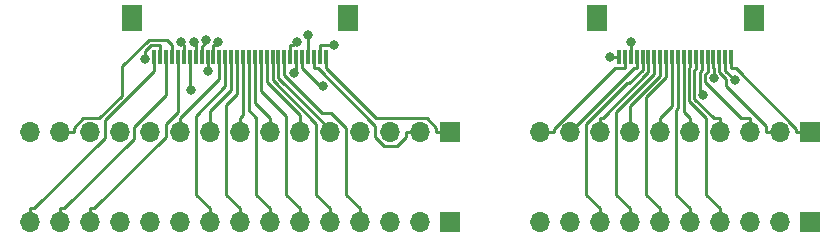
<source format=gbr>
G04 #@! TF.GenerationSoftware,KiCad,Pcbnew,5.1.5-52549c5~86~ubuntu19.04.1*
G04 #@! TF.CreationDate,2020-05-12T21:37:58+10:00*
G04 #@! TF.ProjectId,ICM2_FrontPanel_Breakout,49434d32-5f46-4726-9f6e-7450616e656c,rev?*
G04 #@! TF.SameCoordinates,Original*
G04 #@! TF.FileFunction,Copper,L1,Top*
G04 #@! TF.FilePolarity,Positive*
%FSLAX46Y46*%
G04 Gerber Fmt 4.6, Leading zero omitted, Abs format (unit mm)*
G04 Created by KiCad (PCBNEW 5.1.5-52549c5~86~ubuntu19.04.1) date 2020-05-12 21:37:58*
%MOMM*%
%LPD*%
G04 APERTURE LIST*
%ADD10O,1.700000X1.700000*%
%ADD11R,1.700000X1.700000*%
%ADD12R,0.300000X1.300000*%
%ADD13R,1.800000X2.200000*%
%ADD14C,0.800000*%
%ADD15C,0.250000*%
G04 APERTURE END LIST*
D10*
X156210000Y-85725000D03*
X158750000Y-85725000D03*
X161290000Y-85725000D03*
X163830000Y-85725000D03*
X166370000Y-85725000D03*
X168910000Y-85725000D03*
X171450000Y-85725000D03*
X173990000Y-85725000D03*
X176530000Y-85725000D03*
D11*
X179070000Y-85725000D03*
D10*
X156210000Y-78105000D03*
X158750000Y-78105000D03*
X161290000Y-78105000D03*
X163830000Y-78105000D03*
X166370000Y-78105000D03*
X168910000Y-78105000D03*
X171450000Y-78105000D03*
X173990000Y-78105000D03*
X176530000Y-78105000D03*
D11*
X179070000Y-78105000D03*
D12*
X162890000Y-71700000D03*
X163390000Y-71700000D03*
X163890000Y-71700000D03*
X164390000Y-71700000D03*
X164890000Y-71700000D03*
X165390000Y-71700000D03*
X165890000Y-71700000D03*
X166390000Y-71700000D03*
X166890000Y-71700000D03*
X167390000Y-71700000D03*
X167890000Y-71700000D03*
X168390000Y-71700000D03*
X168890000Y-71700000D03*
X169390000Y-71700000D03*
X169890000Y-71700000D03*
X170390000Y-71700000D03*
X170890000Y-71700000D03*
X171390000Y-71700000D03*
X171890000Y-71700000D03*
X172390000Y-71700000D03*
D13*
X174290000Y-68450000D03*
X160990000Y-68450000D03*
D10*
X113030000Y-85725000D03*
X115570000Y-85725000D03*
X118110000Y-85725000D03*
X120650000Y-85725000D03*
X123190000Y-85725000D03*
X125730000Y-85725000D03*
X128270000Y-85725000D03*
X130810000Y-85725000D03*
X133350000Y-85725000D03*
X135890000Y-85725000D03*
X138430000Y-85725000D03*
X140970000Y-85725000D03*
X143510000Y-85725000D03*
X146050000Y-85725000D03*
D11*
X148590000Y-85725000D03*
D12*
X123560000Y-71700000D03*
X124060000Y-71700000D03*
X124560000Y-71700000D03*
X125060000Y-71700000D03*
X125560000Y-71700000D03*
X126060000Y-71700000D03*
X126560000Y-71700000D03*
X127060000Y-71700000D03*
X127560000Y-71700000D03*
X128060000Y-71700000D03*
X128560000Y-71700000D03*
X129060000Y-71700000D03*
X129560000Y-71700000D03*
X130060000Y-71700000D03*
X130560000Y-71700000D03*
X131060000Y-71700000D03*
X131560000Y-71700000D03*
X132060000Y-71700000D03*
X132560000Y-71700000D03*
X133060000Y-71700000D03*
X133560000Y-71700000D03*
X134060000Y-71700000D03*
X134560000Y-71700000D03*
X135060000Y-71700000D03*
X135560000Y-71700000D03*
X136060000Y-71700000D03*
X136560000Y-71700000D03*
X137060000Y-71700000D03*
X137560000Y-71700000D03*
X138060000Y-71700000D03*
D13*
X139960000Y-68450000D03*
X121660000Y-68450000D03*
D10*
X113030000Y-78105000D03*
X115570000Y-78105000D03*
X118110000Y-78105000D03*
X120650000Y-78105000D03*
X123190000Y-78105000D03*
X125730000Y-78105000D03*
X128270000Y-78105000D03*
X130810000Y-78105000D03*
X133350000Y-78105000D03*
X135890000Y-78105000D03*
X138430000Y-78105000D03*
X140970000Y-78105000D03*
X143510000Y-78105000D03*
X146050000Y-78105000D03*
D11*
X148590000Y-78105000D03*
D14*
X122788900Y-71908900D03*
X125798300Y-70426600D03*
X126887200Y-70421600D03*
X128060000Y-72954100D03*
X135615400Y-70435700D03*
X137794200Y-74175500D03*
X126687500Y-74546100D03*
X127936200Y-70320500D03*
X128985200Y-70419600D03*
X135402900Y-73052300D03*
X136560000Y-69905100D03*
X138740800Y-70724700D03*
X162120700Y-71700000D03*
X163889900Y-70433200D03*
X170036700Y-74984700D03*
X170902500Y-73551100D03*
X172714900Y-73700600D03*
D15*
X124060000Y-70724700D02*
X123258500Y-70724700D01*
X123258500Y-70724700D02*
X122788900Y-71194300D01*
X122788900Y-71194300D02*
X122788900Y-71908900D01*
X124060000Y-71700000D02*
X124060000Y-70724700D01*
X115570000Y-78105000D02*
X116745300Y-78105000D01*
X125060000Y-71700000D02*
X125060000Y-70724700D01*
X125060000Y-70724700D02*
X124595300Y-70260000D01*
X124595300Y-70260000D02*
X123079500Y-70260000D01*
X123079500Y-70260000D02*
X120813200Y-72526300D01*
X120813200Y-72526300D02*
X120813200Y-74993300D01*
X120813200Y-74993300D02*
X118876800Y-76929700D01*
X118876800Y-76929700D02*
X117553200Y-76929700D01*
X117553200Y-76929700D02*
X116745300Y-77737600D01*
X116745300Y-77737600D02*
X116745300Y-78105000D01*
X126060000Y-71700000D02*
X126060000Y-70688300D01*
X126060000Y-70688300D02*
X125798300Y-70426600D01*
X127060000Y-71700000D02*
X127060000Y-70594400D01*
X127060000Y-70594400D02*
X126887200Y-70421600D01*
X128060000Y-72675300D02*
X128060000Y-72954100D01*
X128060000Y-71700000D02*
X128060000Y-72675300D01*
X125730000Y-76929700D02*
X129060000Y-73599700D01*
X129060000Y-73599700D02*
X129060000Y-71700000D01*
X125730000Y-78105000D02*
X125730000Y-76929700D01*
X130060000Y-72675300D02*
X130060000Y-74491500D01*
X130060000Y-74491500D02*
X128270000Y-76281500D01*
X128270000Y-76281500D02*
X128270000Y-76929700D01*
X130060000Y-71700000D02*
X130060000Y-72675300D01*
X128270000Y-78105000D02*
X128270000Y-76929700D01*
X131060000Y-72675300D02*
X131060000Y-76679700D01*
X131060000Y-76679700D02*
X130810000Y-76929700D01*
X131060000Y-71700000D02*
X131060000Y-72675300D01*
X130810000Y-78105000D02*
X130810000Y-76929700D01*
X132060000Y-71700000D02*
X132060000Y-75639700D01*
X132060000Y-75639700D02*
X133350000Y-76929700D01*
X133350000Y-78105000D02*
X133350000Y-76929700D01*
X133060000Y-71700000D02*
X133060000Y-73844100D01*
X133060000Y-73844100D02*
X135890000Y-76674100D01*
X135890000Y-76674100D02*
X135890000Y-78105000D01*
X134060000Y-71700000D02*
X134060000Y-73490900D01*
X134060000Y-73490900D02*
X138430000Y-77860900D01*
X138430000Y-77860900D02*
X138430000Y-78105000D01*
X135060000Y-70724700D02*
X135326400Y-70724700D01*
X135326400Y-70724700D02*
X135615400Y-70435700D01*
X135060000Y-71700000D02*
X135060000Y-70724700D01*
X136060000Y-72675300D02*
X137560200Y-74175500D01*
X137560200Y-74175500D02*
X137794200Y-74175500D01*
X136060000Y-71700000D02*
X136060000Y-72675300D01*
X146050000Y-78105000D02*
X144874700Y-78105000D01*
X137060000Y-71700000D02*
X137060000Y-72675300D01*
X137060000Y-72675300D02*
X137379600Y-72675300D01*
X137379600Y-72675300D02*
X142240000Y-77535700D01*
X142240000Y-77535700D02*
X142240000Y-78521900D01*
X142240000Y-78521900D02*
X142998400Y-79280300D01*
X142998400Y-79280300D02*
X144066800Y-79280300D01*
X144066800Y-79280300D02*
X144874700Y-78472400D01*
X144874700Y-78472400D02*
X144874700Y-78105000D01*
X147414700Y-78105000D02*
X147414700Y-77737600D01*
X147414700Y-77737600D02*
X146606800Y-76929700D01*
X146606800Y-76929700D02*
X142314400Y-76929700D01*
X142314400Y-76929700D02*
X138060000Y-72675300D01*
X148590000Y-78105000D02*
X147414700Y-78105000D01*
X138060000Y-71700000D02*
X138060000Y-72675300D01*
X123560000Y-71700000D02*
X123560000Y-72895700D01*
X123560000Y-72895700D02*
X119380000Y-77075700D01*
X119380000Y-77075700D02*
X119380000Y-78567000D01*
X119380000Y-78567000D02*
X113397300Y-84549700D01*
X113397300Y-84549700D02*
X113030000Y-84549700D01*
X113030000Y-85725000D02*
X113030000Y-84549700D01*
X124560000Y-71700000D02*
X124560000Y-74963100D01*
X124560000Y-74963100D02*
X121825300Y-77697800D01*
X121825300Y-77697800D02*
X121825300Y-78661700D01*
X121825300Y-78661700D02*
X115937300Y-84549700D01*
X115937300Y-84549700D02*
X115570000Y-84549700D01*
X115570000Y-85725000D02*
X115570000Y-84549700D01*
X118110000Y-85725000D02*
X118110000Y-84549700D01*
X125560000Y-71700000D02*
X125560000Y-76419500D01*
X125560000Y-76419500D02*
X124554700Y-77424800D01*
X124554700Y-77424800D02*
X124554700Y-78472300D01*
X124554700Y-78472300D02*
X118477300Y-84549700D01*
X118477300Y-84549700D02*
X118110000Y-84549700D01*
X126560000Y-71700000D02*
X126560000Y-74418600D01*
X126560000Y-74418600D02*
X126687500Y-74546100D01*
X127560000Y-71700000D02*
X127560000Y-70850400D01*
X127560000Y-70850400D02*
X127936200Y-70474200D01*
X127936200Y-70474200D02*
X127936200Y-70320500D01*
X128560000Y-71700000D02*
X128560000Y-70724700D01*
X128985200Y-70419600D02*
X128680100Y-70724700D01*
X128680100Y-70724700D02*
X128560000Y-70724700D01*
X128270000Y-85725000D02*
X128270000Y-84549700D01*
X129560000Y-71700000D02*
X129560000Y-74219300D01*
X129560000Y-74219300D02*
X127094700Y-76684600D01*
X127094700Y-76684600D02*
X127094700Y-83374400D01*
X127094700Y-83374400D02*
X128270000Y-84549700D01*
X130810000Y-85725000D02*
X130810000Y-84549700D01*
X130560000Y-71700000D02*
X130560000Y-74872500D01*
X130560000Y-74872500D02*
X129634700Y-75797800D01*
X129634700Y-75797800D02*
X129634700Y-83374400D01*
X129634700Y-83374400D02*
X130810000Y-84549700D01*
X131560000Y-71700000D02*
X131560000Y-76259300D01*
X131560000Y-76259300D02*
X132174700Y-76874000D01*
X132174700Y-76874000D02*
X132174700Y-83374400D01*
X132174700Y-83374400D02*
X133350000Y-84549700D01*
X133350000Y-85725000D02*
X133350000Y-84549700D01*
X132560000Y-71700000D02*
X132560000Y-74591500D01*
X132560000Y-74591500D02*
X134714700Y-76746200D01*
X134714700Y-76746200D02*
X134714700Y-83374400D01*
X134714700Y-83374400D02*
X135890000Y-84549700D01*
X135890000Y-85725000D02*
X135890000Y-84549700D01*
X133560000Y-72675300D02*
X133560000Y-73707100D01*
X133560000Y-73707100D02*
X137254700Y-77401800D01*
X137254700Y-77401800D02*
X137254700Y-83374400D01*
X137254700Y-83374400D02*
X138430000Y-84549700D01*
X133560000Y-71700000D02*
X133560000Y-72675300D01*
X138430000Y-85725000D02*
X138430000Y-84549700D01*
X140970000Y-85725000D02*
X140970000Y-84549700D01*
X134560000Y-71700000D02*
X134560000Y-73243900D01*
X134560000Y-73243900D02*
X137763400Y-76447300D01*
X137763400Y-76447300D02*
X138489700Y-76447300D01*
X138489700Y-76447300D02*
X139794700Y-77752300D01*
X139794700Y-77752300D02*
X139794700Y-83374400D01*
X139794700Y-83374400D02*
X140970000Y-84549700D01*
X135560000Y-72675300D02*
X135560000Y-72895200D01*
X135560000Y-72895200D02*
X135402900Y-73052300D01*
X135560000Y-71700000D02*
X135560000Y-72675300D01*
X136560000Y-70724700D02*
X136560000Y-69905100D01*
X136560000Y-71700000D02*
X136560000Y-70724700D01*
X137560000Y-70724700D02*
X138740800Y-70724700D01*
X137560000Y-71700000D02*
X137560000Y-70724700D01*
X162890000Y-71700000D02*
X162120700Y-71700000D01*
X163390000Y-72675300D02*
X162517400Y-72675300D01*
X162517400Y-72675300D02*
X157385300Y-77807400D01*
X157385300Y-77807400D02*
X157385300Y-78105000D01*
X156210000Y-78105000D02*
X157385300Y-78105000D01*
X163390000Y-71700000D02*
X163390000Y-72675300D01*
X163890000Y-71700000D02*
X163890000Y-70433200D01*
X163890000Y-70433200D02*
X163889900Y-70433200D01*
X164390000Y-71700000D02*
X164390000Y-72675300D01*
X164390000Y-72675300D02*
X164179700Y-72675300D01*
X164179700Y-72675300D02*
X158750000Y-78105000D01*
X161290000Y-85725000D02*
X161290000Y-84549700D01*
X164890000Y-71700000D02*
X164890000Y-72827700D01*
X164890000Y-72827700D02*
X163773000Y-73944700D01*
X163773000Y-73944700D02*
X163551700Y-73944700D01*
X163551700Y-73944700D02*
X160114700Y-77381700D01*
X160114700Y-77381700D02*
X160114700Y-83374400D01*
X160114700Y-83374400D02*
X161290000Y-84549700D01*
X161290000Y-78105000D02*
X161290000Y-76929700D01*
X161290000Y-76929700D02*
X161498700Y-76929700D01*
X161498700Y-76929700D02*
X165390000Y-73038400D01*
X165390000Y-73038400D02*
X165390000Y-71700000D01*
X163830000Y-76929700D02*
X163830000Y-75872200D01*
X163830000Y-75872200D02*
X166390000Y-73312200D01*
X166390000Y-73312200D02*
X166390000Y-72675300D01*
X163830000Y-78105000D02*
X163830000Y-76929700D01*
X166390000Y-71700000D02*
X166390000Y-72675300D01*
X167390000Y-71700000D02*
X167390000Y-75909700D01*
X167390000Y-75909700D02*
X166370000Y-76929700D01*
X166370000Y-78105000D02*
X166370000Y-76929700D01*
X168390000Y-71700000D02*
X168376000Y-71714000D01*
X168376000Y-71714000D02*
X168376000Y-76395700D01*
X168376000Y-76395700D02*
X168910000Y-76929700D01*
X168910000Y-78105000D02*
X168910000Y-76929700D01*
X163830000Y-85725000D02*
X163830000Y-84549700D01*
X165890000Y-71700000D02*
X165890000Y-73175300D01*
X165890000Y-73175300D02*
X162654700Y-76410600D01*
X162654700Y-76410600D02*
X162654700Y-83374400D01*
X162654700Y-83374400D02*
X163830000Y-84549700D01*
X166370000Y-84549700D02*
X165194700Y-83374400D01*
X165194700Y-83374400D02*
X165194700Y-75144400D01*
X165194700Y-75144400D02*
X166890000Y-73449100D01*
X166890000Y-73449100D02*
X166890000Y-71700000D01*
X166370000Y-85725000D02*
X166370000Y-84549700D01*
X168910000Y-85725000D02*
X168910000Y-84549700D01*
X167890000Y-71700000D02*
X167890000Y-76046600D01*
X167890000Y-76046600D02*
X167734700Y-76201900D01*
X167734700Y-76201900D02*
X167734700Y-83374400D01*
X167734700Y-83374400D02*
X168910000Y-84549700D01*
X168890000Y-71700000D02*
X168890000Y-72572200D01*
X168890000Y-72572200D02*
X168826300Y-72635900D01*
X168826300Y-72635900D02*
X168826300Y-75436900D01*
X168826300Y-75436900D02*
X170274700Y-76885300D01*
X170274700Y-76885300D02*
X170274700Y-83374400D01*
X170274700Y-83374400D02*
X171450000Y-84549700D01*
X171450000Y-85725000D02*
X171450000Y-84549700D01*
X169390000Y-71700000D02*
X169390000Y-72709100D01*
X169390000Y-72709100D02*
X169276600Y-72822500D01*
X169276600Y-72822500D02*
X169276600Y-75250300D01*
X169276600Y-75250300D02*
X170956000Y-76929700D01*
X170956000Y-76929700D02*
X171450000Y-76929700D01*
X171450000Y-78105000D02*
X171450000Y-76929700D01*
X169890000Y-71700000D02*
X169890000Y-72846000D01*
X169890000Y-72846000D02*
X169726900Y-73009100D01*
X169726900Y-73009100D02*
X169726900Y-74674900D01*
X169726900Y-74674900D02*
X170036700Y-74984700D01*
X170390000Y-71700000D02*
X170390000Y-72982900D01*
X170390000Y-72982900D02*
X170177200Y-73195700D01*
X170177200Y-73195700D02*
X170177200Y-73869000D01*
X170177200Y-73869000D02*
X173237900Y-76929700D01*
X173237900Y-76929700D02*
X173990000Y-76929700D01*
X173990000Y-78105000D02*
X173990000Y-76929700D01*
X170890000Y-72675300D02*
X170902500Y-72687800D01*
X170902500Y-72687800D02*
X170902500Y-73551100D01*
X170890000Y-71700000D02*
X170890000Y-72675300D01*
X171390000Y-71700000D02*
X171390000Y-73012700D01*
X171390000Y-73012700D02*
X171989600Y-73612300D01*
X171989600Y-73612300D02*
X171989600Y-74195100D01*
X171989600Y-74195100D02*
X175354700Y-77560200D01*
X175354700Y-77560200D02*
X175354700Y-78105000D01*
X176530000Y-78105000D02*
X175354700Y-78105000D01*
X171890000Y-71700000D02*
X171890000Y-72875700D01*
X171890000Y-72875700D02*
X172714900Y-73700600D01*
X179070000Y-78105000D02*
X177894700Y-78105000D01*
X172390000Y-71700000D02*
X172390000Y-72675300D01*
X172390000Y-72675300D02*
X172762600Y-72675300D01*
X172762600Y-72675300D02*
X177894700Y-77807400D01*
X177894700Y-77807400D02*
X177894700Y-78105000D01*
M02*

</source>
